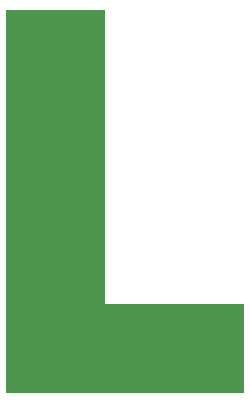
<source format=gbo>
G04 #@! TF.FileFunction,Legend,Bot*
%FSLAX46Y46*%
G04 Gerber Fmt 4.6, Leading zero omitted, Abs format (unit mm)*
G04 Created by KiCad (PCBNEW 4.0.0-rc2-stable) date 3/3/2016 3:45:44 PM*
%MOMM*%
G01*
G04 APERTURE LIST*
%ADD10C,0.150000*%
%ADD11C,0.025400*%
G04 APERTURE END LIST*
D10*
D11*
G36*
X59658435Y-43694607D02*
X59659436Y-43699548D01*
X59662155Y-43703587D01*
X59663303Y-43704735D01*
X59667504Y-43707522D01*
X59672283Y-43708455D01*
X71425840Y-43708455D01*
X71425840Y-51140860D01*
X51347653Y-51140860D01*
X51347653Y-18737554D01*
X59658435Y-18737554D01*
X59658435Y-43694607D01*
X59658435Y-43694607D01*
G37*
X59658435Y-43694607D02*
X59659436Y-43699548D01*
X59662155Y-43703587D01*
X59663303Y-43704735D01*
X59667504Y-43707522D01*
X59672283Y-43708455D01*
X71425840Y-43708455D01*
X71425840Y-51140860D01*
X51347653Y-51140860D01*
X51347653Y-18737554D01*
X59658435Y-18737554D01*
X59658435Y-43694607D01*
M02*

</source>
